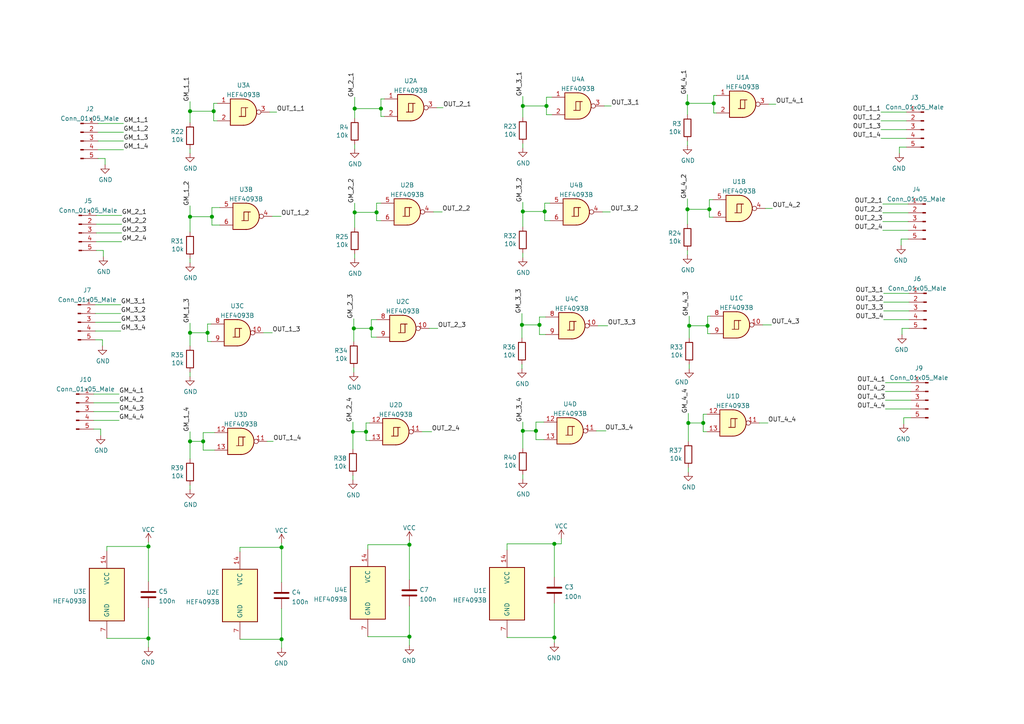
<source format=kicad_sch>
(kicad_sch (version 20210621) (generator eeschema)
  (paper "A4")
  (lib_symbols
    (symbol "4xxx:HEF4093B" (pin_names (offset 1.016))
      (property "Reference" "U" (at 0 1.27 0))
      (property "Value" "HEF4093B" (at 0 -1.27 0))
      (symbol "HEF4093B_1_0"
        (polyline (pts (xy -0.635 -1.27) (xy -0.635 1.27) (xy 0.635 1.27)))
        (polyline (pts (xy -0.635 -1.27) (xy -0.635 1.27) (xy 0.635 1.27)))
        (polyline (pts (xy -1.27 -1.27) (xy 0.635 -1.27) (xy 0.635 1.27) (xy 1.27 1.27)))
        (polyline (pts (xy -1.27 -1.27) (xy 0.635 -1.27) (xy 0.635 1.27) (xy 1.27 1.27)))
      )
      (symbol "HEF4093B_1_1"
        (arc (start 0 -3.81) (end 0 3.81) (radius (at 0 0) (length 3.81) (angles -89.9 89.9)) (stroke (width 0.254)) (fill (type background)))
        (polyline (pts (xy 0 3.81) (xy -3.81 3.81) (xy -3.81 -3.81) (xy 0 -3.81)) (stroke (width 0.254)) (fill (type background)))
        (pin input line (at -7.62 2.54 0) (length 3.81) (name "~") (number "1"))
        (pin input line (at -7.62 -2.54 0) (length 3.81) (name "~") (number "2"))
        (pin output inverted (at 7.62 0 180) (length 3.81) (name "~") (number "3"))
      )
      (symbol "HEF4093B_1_2"
        (arc (start -3.81 3.81) (end -3.81 -3.81) (radius (at -9.144 0) (length 6.5532) (angles 35.4 -35.4)) (stroke (width 0.254)))
        (arc (start 3.81 0) (end -0.6096 3.81) (radius (at -1.1938 -1.3208) (length 5.1816) (angles 15 83.7)) (stroke (width 0.254)) (fill (type background)))
        (arc (start 3.81 0) (end -0.6096 -3.81) (radius (at -1.1938 1.3208) (length 5.1816) (angles -15 -83.7)) (stroke (width 0.254)) (fill (type background)))
        (polyline (pts (xy -3.81 -3.81) (xy -0.635 -3.81)) (stroke (width 0.254)) (fill (type background)))
        (polyline (pts (xy -3.81 3.81) (xy -0.635 3.81)) (stroke (width 0.254)) (fill (type background)))
        (polyline (pts (xy -0.635 3.81) (xy -3.81 3.81) (xy -3.81 3.81) (xy -3.556 3.4036) (xy -3.0226 2.2606) (xy -2.6924 1.0414) (xy -2.6162 -0.254) (xy -2.7686 -1.4986) (xy -3.175 -2.7178) (xy -3.81 -3.81) (xy -3.81 -3.81) (xy -0.635 -3.81)) (stroke (width -25.4)) (fill (type background)))
        (pin input inverted (at -7.62 2.54 0) (length 4.318) (name "~") (number "1"))
        (pin input inverted (at -7.62 -2.54 0) (length 4.318) (name "~") (number "2"))
        (pin output line (at 7.62 0 180) (length 3.81) (name "~") (number "3"))
      )
      (symbol "HEF4093B_2_0"
        (polyline (pts (xy -0.635 -1.27) (xy -0.635 1.27) (xy 0.635 1.27)))
        (polyline (pts (xy -0.635 -1.27) (xy -0.635 1.27) (xy 0.635 1.27)))
        (polyline (pts (xy -1.27 -1.27) (xy 0.635 -1.27) (xy 0.635 1.27) (xy 1.27 1.27)))
        (polyline (pts (xy -1.27 -1.27) (xy 0.635 -1.27) (xy 0.635 1.27) (xy 1.27 1.27)))
      )
      (symbol "HEF4093B_2_1"
        (arc (start 0 -3.81) (end 0 3.81) (radius (at 0 0) (length 3.81) (angles -89.9 89.9)) (stroke (width 0.254)) (fill (type background)))
        (polyline (pts (xy 0 3.81) (xy -3.81 3.81) (xy -3.81 -3.81) (xy 0 -3.81)) (stroke (width 0.254)) (fill (type background)))
        (pin output inverted (at 7.62 0 180) (length 3.81) (name "~") (number "4"))
        (pin input line (at -7.62 2.54 0) (length 3.81) (name "~") (number "5"))
        (pin input line (at -7.62 -2.54 0) (length 3.81) (name "~") (number "6"))
      )
      (symbol "HEF4093B_2_2"
        (arc (start -3.81 3.81) (end -3.81 -3.81) (radius (at -9.144 0) (length 6.5532) (angles 35.4 -35.4)) (stroke (width 0.254)))
        (arc (start 3.81 0) (end -0.6096 3.81) (radius (at -1.1938 -1.3208) (length 5.1816) (angles 15 83.7)) (stroke (width 0.254)) (fill (type background)))
        (arc (start 3.81 0) (end -0.6096 -3.81) (radius (at -1.1938 1.3208) (length 5.1816) (angles -15 -83.7)) (stroke (width 0.254)) (fill (type background)))
        (polyline (pts (xy -3.81 -3.81) (xy -0.635 -3.81)) (stroke (width 0.254)) (fill (type background)))
        (polyline (pts (xy -3.81 3.81) (xy -0.635 3.81)) (stroke (width 0.254)) (fill (type background)))
        (polyline (pts (xy -0.635 3.81) (xy -3.81 3.81) (xy -3.81 3.81) (xy -3.556 3.4036) (xy -3.0226 2.2606) (xy -2.6924 1.0414) (xy -2.6162 -0.254) (xy -2.7686 -1.4986) (xy -3.175 -2.7178) (xy -3.81 -3.81) (xy -3.81 -3.81) (xy -0.635 -3.81)) (stroke (width -25.4)) (fill (type background)))
        (pin output line (at 7.62 0 180) (length 3.81) (name "~") (number "4"))
        (pin input inverted (at -7.62 2.54 0) (length 4.318) (name "~") (number "5"))
        (pin input inverted (at -7.62 -2.54 0) (length 4.318) (name "~") (number "6"))
      )
      (symbol "HEF4093B_3_0"
        (polyline (pts (xy -0.635 -1.27) (xy -0.635 1.27) (xy 0.635 1.27)))
        (polyline (pts (xy -0.635 -1.27) (xy -0.635 1.27) (xy 0.635 1.27)))
        (polyline (pts (xy -1.27 -1.27) (xy 0.635 -1.27) (xy 0.635 1.27) (xy 1.27 1.27)))
        (polyline (pts (xy -1.27 -1.27) (xy 0.635 -1.27) (xy 0.635 1.27) (xy 1.27 1.27)))
      )
      (symbol "HEF4093B_3_1"
        (arc (start 0 -3.81) (end 0 3.81) (radius (at 0 0) (length 3.81) (angles -89.9 89.9)) (stroke (width 0.254)) (fill (type background)))
        (polyline (pts (xy 0 3.81) (xy -3.81 3.81) (xy -3.81 -3.81) (xy 0 -3.81)) (stroke (width 0.254)) (fill (type background)))
        (pin output inverted (at 7.62 0 180) (length 3.81) (name "~") (number "10"))
        (pin input line (at -7.62 2.54 0) (length 3.81) (name "~") (number "8"))
        (pin input line (at -7.62 -2.54 0) (length 3.81) (name "~") (number "9"))
      )
      (symbol "HEF4093B_3_2"
        (arc (start -3.81 3.81) (end -3.81 -3.81) (radius (at -9.144 0) (length 6.5532) (angles 35.4 -35.4)) (stroke (width 0.254)))
        (arc (start 3.81 0) (end -0.6096 3.81) (radius (at -1.1938 -1.3208) (length 5.1816) (angles 15 83.7)) (stroke (width 0.254)) (fill (type background)))
        (arc (start 3.81 0) (end -0.6096 -3.81) (radius (at -1.1938 1.3208) (length 5.1816) (angles -15 -83.7)) (stroke (width 0.254)) (fill (type background)))
        (polyline (pts (xy -3.81 -3.81) (xy -0.635 -3.81)) (stroke (width 0.254)) (fill (type background)))
        (polyline (pts (xy -3.81 3.81) (xy -0.635 3.81)) (stroke (width 0.254)) (fill (type background)))
        (polyline (pts (xy -0.635 3.81) (xy -3.81 3.81) (xy -3.81 3.81) (xy -3.556 3.4036) (xy -3.0226 2.2606) (xy -2.6924 1.0414) (xy -2.6162 -0.254) (xy -2.7686 -1.4986) (xy -3.175 -2.7178) (xy -3.81 -3.81) (xy -3.81 -3.81) (xy -0.635 -3.81)) (stroke (width -25.4)) (fill (type background)))
        (pin output line (at 7.62 0 180) (length 3.81) (name "~") (number "10"))
        (pin input inverted (at -7.62 2.54 0) (length 4.318) (name "~") (number "8"))
        (pin input inverted (at -7.62 -2.54 0) (length 4.318) (name "~") (number "9"))
      )
      (symbol "HEF4093B_4_0"
        (polyline (pts (xy -0.635 -1.27) (xy -0.635 1.27) (xy 0.635 1.27)))
        (polyline (pts (xy -0.635 -1.27) (xy -0.635 1.27) (xy 0.635 1.27)))
        (polyline (pts (xy -1.27 -1.27) (xy 0.635 -1.27) (xy 0.635 1.27) (xy 1.27 1.27)))
        (polyline (pts (xy -1.27 -1.27) (xy 0.635 -1.27) (xy 0.635 1.27) (xy 1.27 1.27)))
      )
      (symbol "HEF4093B_4_1"
        (arc (start 0 -3.81) (end 0 3.81) (radius (at 0 0) (length 3.81) (angles -89.9 89.9)) (stroke (width 0.254)) (fill (type background)))
        (polyline (pts (xy 0 3.81) (xy -3.81 3.81) (xy -3.81 -3.81) (xy 0 -3.81)) (stroke (width 0.254)) (fill (type background)))
        (pin output inverted (at 7.62 0 180) (length 3.81) (name "~") (number "11"))
        (pin input line (at -7.62 2.54 0) (length 3.81) (name "~") (number "12"))
        (pin input line (at -7.62 -2.54 0) (length 3.81) (name "~") (number "13"))
      )
      (symbol "HEF4093B_4_2"
        (arc (start -3.81 3.81) (end -3.81 -3.81) (radius (at -9.144 0) (length 6.5532) (angles 35.4 -35.4)) (stroke (width 0.254)))
        (arc (start 3.81 0) (end -0.6096 3.81) (radius (at -1.1938 -1.3208) (length 5.1816) (angles 15 83.7)) (stroke (width 0.254)) (fill (type background)))
        (arc (start 3.81 0) (end -0.6096 -3.81) (radius (at -1.1938 1.3208) (length 5.1816) (angles -15 -83.7)) (stroke (width 0.254)) (fill (type background)))
        (polyline (pts (xy -3.81 -3.81) (xy -0.635 -3.81)) (stroke (width 0.254)) (fill (type background)))
        (polyline (pts (xy -3.81 3.81) (xy -0.635 3.81)) (stroke (width 0.254)) (fill (type background)))
        (polyline (pts (xy -0.635 3.81) (xy -3.81 3.81) (xy -3.81 3.81) (xy -3.556 3.4036) (xy -3.0226 2.2606) (xy -2.6924 1.0414) (xy -2.6162 -0.254) (xy -2.7686 -1.4986) (xy -3.175 -2.7178) (xy -3.81 -3.81) (xy -3.81 -3.81) (xy -0.635 -3.81)) (stroke (width -25.4)) (fill (type background)))
        (pin output line (at 7.62 0 180) (length 3.81) (name "~") (number "11"))
        (pin input inverted (at -7.62 2.54 0) (length 4.318) (name "~") (number "12"))
        (pin input inverted (at -7.62 -2.54 0) (length 4.318) (name "~") (number "13"))
      )
      (symbol "HEF4093B_5_0"
        (pin power_in line (at 0 12.7 270) (length 5.08) (name "VCC") (number "14"))
        (pin power_in line (at 0 -12.7 90) (length 5.08) (name "GND") (number "7"))
      )
      (symbol "HEF4093B_5_1"
        (rectangle (start -5.08 7.62) (end 5.08 -7.62) (stroke (width 0.254)) (fill (type background)))
      )
    )
    (symbol "Connector:Conn_01x05_Male" (pin_names (offset 1.016) hide)
      (property "Reference" "J" (at 0 7.62 0))
      (property "Value" "Conn_01x05_Male" (at 0 -7.62 0))
      (symbol "Conn_01x05_Male_1_1"
        (rectangle (start 0.8636 -4.953) (end 0 -5.207) (stroke (width 0.1524)) (fill (type outline)))
        (rectangle (start 0.8636 -2.413) (end 0 -2.667) (stroke (width 0.1524)) (fill (type outline)))
        (rectangle (start 0.8636 0.127) (end 0 -0.127) (stroke (width 0.1524)) (fill (type outline)))
        (rectangle (start 0.8636 2.667) (end 0 2.413) (stroke (width 0.1524)) (fill (type outline)))
        (rectangle (start 0.8636 5.207) (end 0 4.953) (stroke (width 0.1524)) (fill (type outline)))
        (polyline (pts (xy 1.27 -5.08) (xy 0.8636 -5.08)) (stroke (width 0.1524)))
        (polyline (pts (xy 1.27 -2.54) (xy 0.8636 -2.54)) (stroke (width 0.1524)))
        (polyline (pts (xy 1.27 0) (xy 0.8636 0)) (stroke (width 0.1524)))
        (polyline (pts (xy 1.27 2.54) (xy 0.8636 2.54)) (stroke (width 0.1524)))
        (polyline (pts (xy 1.27 5.08) (xy 0.8636 5.08)) (stroke (width 0.1524)))
        (pin passive line (at 5.08 5.08 180) (length 3.81) (name "Pin_1") (number "1"))
        (pin passive line (at 5.08 2.54 180) (length 3.81) (name "Pin_2") (number "2"))
        (pin passive line (at 5.08 0 180) (length 3.81) (name "Pin_3") (number "3"))
        (pin passive line (at 5.08 -2.54 180) (length 3.81) (name "Pin_4") (number "4"))
        (pin passive line (at 5.08 -5.08 180) (length 3.81) (name "Pin_5") (number "5"))
      )
    )
    (symbol "Device:C" (pin_numbers hide) (pin_names (offset 0.254))
      (property "Reference" "C" (at 0.635 2.54 0))
      (property "Value" "C" (at 0.635 -2.54 0))
      (symbol "C_0_1"
        (polyline (pts (xy -2.032 -0.762) (xy 2.032 -0.762)) (stroke (width 0.508)))
        (polyline (pts (xy -2.032 0.762) (xy 2.032 0.762)) (stroke (width 0.508)))
      )
      (symbol "C_1_1"
        (pin passive line (at 0 3.81 270) (length 2.794) (name "~") (number "1"))
        (pin passive line (at 0 -3.81 90) (length 2.794) (name "~") (number "2"))
      )
    )
    (symbol "Device:R" (pin_numbers hide) (pin_names (offset 0))
      (property "Reference" "R" (at 2.032 0 90))
      (property "Value" "R" (at 0 0 90))
      (symbol "R_0_1"
        (rectangle (start -1.016 -2.54) (end 1.016 2.54) (stroke (width 0.254)))
      )
      (symbol "R_1_1"
        (pin passive line (at 0 3.81 270) (length 1.27) (name "~") (number "1"))
        (pin passive line (at 0 -3.81 90) (length 1.27) (name "~") (number "2"))
      )
    )
    (symbol "power:GND" (power) (pin_names (offset 0))
      (property "Value" "GND" (at 0 -3.81 0))
      (symbol "GND_0_1"
        (polyline (pts (xy 0 0) (xy 0 -1.27) (xy 1.27 -1.27) (xy 0 -2.54) (xy -1.27 -1.27) (xy 0 -1.27)))
      )
      (symbol "GND_1_1"
        (pin power_in line (at 0 0 270) (length 0) hide (name "GND") (number "1"))
      )
    )
    (symbol "power:VCC" (power) (pin_names (offset 0))
      (property "Value" "VCC" (at 0 3.81 0))
      (symbol "VCC_0_1"
        (polyline (pts (xy -0.762 1.27) (xy 0 2.54)))
        (polyline (pts (xy 0 0) (xy 0 2.54)))
        (polyline (pts (xy 0 2.54) (xy 0.762 1.27)))
      )
      (symbol "VCC_1_1"
        (pin power_in line (at 0 0 90) (length 0) hide (name "VCC") (number "1"))
      )
    )
  )
  (junction (at 43.053 158.496) (diameter 1.016))
  (junction (at 43.053 185.166) (diameter 1.016))
  (junction (at 55.118 32.258) (diameter 1.016))
  (junction (at 55.118 62.865) (diameter 1.016))
  (junction (at 55.118 96.52) (diameter 1.016))
  (junction (at 55.118 128.016) (diameter 1.016))
  (junction (at 58.928 128.016) (diameter 1.016))
  (junction (at 60.198 96.52) (diameter 1.016))
  (junction (at 61.468 62.865) (diameter 1.016))
  (junction (at 61.976 32.258) (diameter 1.016))
  (junction (at 81.661 158.75) (diameter 1.016))
  (junction (at 81.661 185.42) (diameter 1.016))
  (junction (at 102.362 125.222) (diameter 1.016))
  (junction (at 102.616 95.25) (diameter 1.016))
  (junction (at 102.87 31.496) (diameter 1.016))
  (junction (at 102.87 61.595) (diameter 1.016))
  (junction (at 106.172 125.222) (diameter 1.016))
  (junction (at 107.696 95.25) (diameter 1.016))
  (junction (at 109.22 61.595) (diameter 1.016))
  (junction (at 110.49 31.496) (diameter 1.016))
  (junction (at 118.745 157.988) (diameter 1.016))
  (junction (at 118.745 184.658) (diameter 1.016))
  (junction (at 151.384 94.234) (diameter 1.016))
  (junction (at 151.638 30.734) (diameter 1.016))
  (junction (at 151.638 61.341) (diameter 1.016))
  (junction (at 151.638 124.968) (diameter 1.016))
  (junction (at 155.448 124.968) (diameter 1.016))
  (junction (at 156.464 94.234) (diameter 1.016))
  (junction (at 157.988 61.341) (diameter 1.016))
  (junction (at 158.496 30.734) (diameter 1.016))
  (junction (at 160.782 157.734) (diameter 1.016))
  (junction (at 160.782 184.912) (diameter 1.016))
  (junction (at 199.39 29.972) (diameter 1.016))
  (junction (at 199.39 60.706) (diameter 1.016))
  (junction (at 199.644 122.682) (diameter 1.016))
  (junction (at 199.898 94.488) (diameter 1.016))
  (junction (at 203.962 122.682) (diameter 1.016))
  (junction (at 205.232 94.488) (diameter 1.016))
  (junction (at 205.74 60.706) (diameter 1.016))
  (junction (at 207.01 29.972) (diameter 1.016))
  (wire (pts (xy 27.178 114.3) (xy 34.544 114.3)))
  (wire (pts (xy 27.178 116.84) (xy 34.544 116.84)))
  (wire (pts (xy 27.178 119.38) (xy 34.544 119.38)))
  (wire (pts (xy 27.178 121.92) (xy 34.544 121.92)))
  (wire (pts (xy 27.178 124.46) (xy 29.21 124.46)))
  (wire (pts (xy 27.686 88.392) (xy 35.052 88.392)))
  (wire (pts (xy 27.686 90.932) (xy 35.052 90.932)))
  (wire (pts (xy 27.686 93.472) (xy 35.052 93.472)))
  (wire (pts (xy 27.686 96.012) (xy 35.052 96.012)))
  (wire (pts (xy 27.686 98.552) (xy 29.718 98.552)))
  (wire (pts (xy 27.94 62.484) (xy 35.306 62.484)))
  (wire (pts (xy 27.94 65.024) (xy 35.306 65.024)))
  (wire (pts (xy 27.94 67.564) (xy 35.306 67.564)))
  (wire (pts (xy 27.94 70.104) (xy 35.306 70.104)))
  (wire (pts (xy 27.94 72.644) (xy 29.972 72.644)))
  (wire (pts (xy 28.448 35.814) (xy 35.814 35.814)))
  (wire (pts (xy 28.448 38.354) (xy 35.814 38.354)))
  (wire (pts (xy 28.448 40.894) (xy 35.814 40.894)))
  (wire (pts (xy 28.448 43.434) (xy 35.814 43.434)))
  (wire (pts (xy 28.448 45.974) (xy 30.48 45.974)))
  (wire (pts (xy 29.21 124.46) (xy 29.21 126.238)))
  (wire (pts (xy 29.718 98.552) (xy 29.718 100.33)))
  (wire (pts (xy 29.972 72.644) (xy 29.972 74.422)))
  (wire (pts (xy 30.48 45.974) (xy 30.48 47.752)))
  (wire (pts (xy 30.988 158.496) (xy 43.053 158.496)))
  (wire (pts (xy 30.988 159.766) (xy 30.988 158.496)))
  (wire (pts (xy 30.988 185.166) (xy 43.053 185.166)))
  (wire (pts (xy 43.053 157.226) (xy 43.053 158.496)))
  (wire (pts (xy 43.053 158.496) (xy 43.053 168.656)))
  (wire (pts (xy 43.053 185.166) (xy 43.053 176.276)))
  (wire (pts (xy 43.053 185.166) (xy 43.053 187.706)))
  (wire (pts (xy 55.118 29.464) (xy 55.118 32.258)))
  (wire (pts (xy 55.118 32.258) (xy 55.118 35.56)))
  (wire (pts (xy 55.118 32.258) (xy 61.976 32.258)))
  (wire (pts (xy 55.118 44.45) (xy 55.118 43.18)))
  (wire (pts (xy 55.118 59.69) (xy 55.118 62.865)))
  (wire (pts (xy 55.118 62.865) (xy 55.118 67.31)))
  (wire (pts (xy 55.118 62.865) (xy 61.468 62.865)))
  (wire (pts (xy 55.118 76.2) (xy 55.118 74.93)))
  (wire (pts (xy 55.118 93.726) (xy 55.118 96.52)))
  (wire (pts (xy 55.118 96.52) (xy 55.118 100.33)))
  (wire (pts (xy 55.118 96.52) (xy 60.198 96.52)))
  (wire (pts (xy 55.118 109.22) (xy 55.118 107.95)))
  (wire (pts (xy 55.118 125.222) (xy 55.118 128.016)))
  (wire (pts (xy 55.118 128.016) (xy 55.118 133.096)))
  (wire (pts (xy 55.118 128.016) (xy 58.928 128.016)))
  (wire (pts (xy 55.118 141.986) (xy 55.118 140.716)))
  (wire (pts (xy 58.928 125.476) (xy 58.928 128.016)))
  (wire (pts (xy 58.928 128.016) (xy 58.928 130.556)))
  (wire (pts (xy 60.198 93.98) (xy 60.198 96.52)))
  (wire (pts (xy 60.198 93.98) (xy 61.214 93.98)))
  (wire (pts (xy 60.198 96.52) (xy 60.198 99.06)))
  (wire (pts (xy 60.198 99.06) (xy 61.214 99.06)))
  (wire (pts (xy 61.468 60.198) (xy 61.468 62.865)))
  (wire (pts (xy 61.468 62.865) (xy 61.468 65.278)))
  (wire (pts (xy 61.468 65.278) (xy 63.754 65.278)))
  (wire (pts (xy 61.976 29.972) (xy 61.976 32.258)))
  (wire (pts (xy 61.976 32.258) (xy 61.976 35.052)))
  (wire (pts (xy 61.976 35.052) (xy 62.992 35.052)))
  (wire (pts (xy 62.23 125.476) (xy 58.928 125.476)))
  (wire (pts (xy 62.23 130.556) (xy 58.928 130.556)))
  (wire (pts (xy 62.992 29.972) (xy 61.976 29.972)))
  (wire (pts (xy 63.754 60.198) (xy 61.468 60.198)))
  (wire (pts (xy 69.596 158.75) (xy 81.661 158.75)))
  (wire (pts (xy 69.596 160.02) (xy 69.596 158.75)))
  (wire (pts (xy 69.596 185.42) (xy 81.661 185.42)))
  (wire (pts (xy 76.454 96.52) (xy 78.994 96.52)))
  (wire (pts (xy 77.47 128.016) (xy 79.248 128.016)))
  (wire (pts (xy 78.232 32.512) (xy 80.264 32.512)))
  (wire (pts (xy 78.994 62.738) (xy 81.534 62.738)))
  (wire (pts (xy 81.661 157.48) (xy 81.661 158.75)))
  (wire (pts (xy 81.661 158.75) (xy 81.661 168.91)))
  (wire (pts (xy 81.661 185.42) (xy 81.661 176.53)))
  (wire (pts (xy 81.661 185.42) (xy 81.661 187.96)))
  (wire (pts (xy 102.362 122.428) (xy 102.362 125.222)))
  (wire (pts (xy 102.362 125.222) (xy 102.362 130.302)))
  (wire (pts (xy 102.362 125.222) (xy 106.172 125.222)))
  (wire (pts (xy 102.362 139.192) (xy 102.362 137.922)))
  (wire (pts (xy 102.616 92.456) (xy 102.616 95.25)))
  (wire (pts (xy 102.616 95.25) (xy 102.616 99.06)))
  (wire (pts (xy 102.616 95.25) (xy 107.696 95.25)))
  (wire (pts (xy 102.616 107.95) (xy 102.616 106.68)))
  (wire (pts (xy 102.87 28.194) (xy 102.87 31.496)))
  (wire (pts (xy 102.87 31.496) (xy 102.87 34.29)))
  (wire (pts (xy 102.87 31.496) (xy 110.49 31.496)))
  (wire (pts (xy 102.87 43.18) (xy 102.87 41.91)))
  (wire (pts (xy 102.87 58.928) (xy 102.87 61.595)))
  (wire (pts (xy 102.87 61.595) (xy 102.87 66.04)))
  (wire (pts (xy 102.87 61.595) (xy 109.22 61.595)))
  (wire (pts (xy 102.87 74.93) (xy 102.87 73.66)))
  (wire (pts (xy 106.172 122.682) (xy 106.172 125.222)))
  (wire (pts (xy 106.172 125.222) (xy 106.172 127.762)))
  (wire (pts (xy 106.68 157.988) (xy 118.745 157.988)))
  (wire (pts (xy 106.68 159.258) (xy 106.68 157.988)))
  (wire (pts (xy 106.68 184.658) (xy 118.745 184.658)))
  (wire (pts (xy 107.188 122.682) (xy 106.172 122.682)))
  (wire (pts (xy 107.188 127.762) (xy 106.172 127.762)))
  (wire (pts (xy 107.696 92.71) (xy 107.696 95.25)))
  (wire (pts (xy 107.696 92.71) (xy 109.22 92.71)))
  (wire (pts (xy 107.696 95.25) (xy 107.696 97.79)))
  (wire (pts (xy 109.22 58.928) (xy 109.22 61.595)))
  (wire (pts (xy 109.22 61.595) (xy 109.22 64.008)))
  (wire (pts (xy 109.22 97.79) (xy 107.696 97.79)))
  (wire (pts (xy 110.49 28.702) (xy 110.49 31.496)))
  (wire (pts (xy 110.49 31.496) (xy 110.49 33.782)))
  (wire (pts (xy 110.49 33.782) (xy 111.506 33.782)))
  (wire (pts (xy 110.49 58.928) (xy 109.22 58.928)))
  (wire (pts (xy 110.49 64.008) (xy 109.22 64.008)))
  (wire (pts (xy 111.506 28.702) (xy 110.49 28.702)))
  (wire (pts (xy 118.745 156.718) (xy 118.745 157.988)))
  (wire (pts (xy 118.745 157.988) (xy 118.745 168.148)))
  (wire (pts (xy 118.745 184.658) (xy 118.745 175.768)))
  (wire (pts (xy 118.745 184.658) (xy 118.745 187.198)))
  (wire (pts (xy 122.428 125.222) (xy 125.222 125.222)))
  (wire (pts (xy 124.46 95.25) (xy 127 95.25)))
  (wire (pts (xy 125.73 61.468) (xy 128.27 61.468)))
  (wire (pts (xy 126.746 31.242) (xy 128.524 31.242)))
  (wire (pts (xy 147.066 157.734) (xy 160.782 157.734)))
  (wire (pts (xy 147.066 159.512) (xy 147.066 157.734)))
  (wire (pts (xy 147.066 184.912) (xy 160.782 184.912)))
  (wire (pts (xy 151.384 90.932) (xy 151.384 94.234)))
  (wire (pts (xy 151.384 94.234) (xy 151.384 98.044)))
  (wire (pts (xy 151.384 94.234) (xy 156.464 94.234)))
  (wire (pts (xy 151.384 106.934) (xy 151.384 105.664)))
  (wire (pts (xy 151.638 27.94) (xy 151.638 30.734)))
  (wire (pts (xy 151.638 30.734) (xy 151.638 34.036)))
  (wire (pts (xy 151.638 30.734) (xy 158.496 30.734)))
  (wire (pts (xy 151.638 42.926) (xy 151.638 41.656)))
  (wire (pts (xy 151.638 58.674) (xy 151.638 61.341)))
  (wire (pts (xy 151.638 61.341) (xy 151.638 65.786)))
  (wire (pts (xy 151.638 61.341) (xy 157.988 61.341)))
  (wire (pts (xy 151.638 74.676) (xy 151.638 73.406)))
  (wire (pts (xy 151.638 122.428) (xy 151.638 124.968)))
  (wire (pts (xy 151.638 124.968) (xy 151.638 130.048)))
  (wire (pts (xy 151.638 124.968) (xy 155.448 124.968)))
  (wire (pts (xy 151.638 138.938) (xy 151.638 137.668)))
  (wire (pts (xy 155.448 122.428) (xy 155.448 124.968)))
  (wire (pts (xy 155.448 124.968) (xy 155.448 127.508)))
  (wire (pts (xy 155.448 127.508) (xy 157.734 127.508)))
  (wire (pts (xy 156.464 91.948) (xy 156.464 94.234)))
  (wire (pts (xy 156.464 91.948) (xy 158.242 91.948)))
  (wire (pts (xy 156.464 97.028) (xy 156.464 94.234)))
  (wire (pts (xy 157.734 122.428) (xy 155.448 122.428)))
  (wire (pts (xy 157.988 58.928) (xy 159.512 58.928)))
  (wire (pts (xy 157.988 61.341) (xy 157.988 58.928)))
  (wire (pts (xy 157.988 64.008) (xy 157.988 61.341)))
  (wire (pts (xy 158.242 97.028) (xy 156.464 97.028)))
  (wire (pts (xy 158.496 28.194) (xy 160.02 28.194)))
  (wire (pts (xy 158.496 30.734) (xy 158.496 28.194)))
  (wire (pts (xy 158.496 33.274) (xy 158.496 30.734)))
  (wire (pts (xy 159.512 64.008) (xy 157.988 64.008)))
  (wire (pts (xy 160.02 33.274) (xy 158.496 33.274)))
  (wire (pts (xy 160.782 157.734) (xy 160.782 167.386)))
  (wire (pts (xy 160.782 157.734) (xy 162.814 157.734)))
  (wire (pts (xy 160.782 184.912) (xy 160.782 175.006)))
  (wire (pts (xy 160.782 184.912) (xy 160.782 186.436)))
  (wire (pts (xy 162.814 157.734) (xy 162.814 156.21)))
  (wire (pts (xy 172.974 124.968) (xy 175.768 124.968)))
  (wire (pts (xy 173.482 94.488) (xy 176.276 94.488)))
  (wire (pts (xy 174.752 61.468) (xy 177.038 61.468)))
  (wire (pts (xy 175.26 30.734) (xy 177.292 30.734)))
  (wire (pts (xy 199.39 27.432) (xy 199.39 29.972)))
  (wire (pts (xy 199.39 29.972) (xy 199.39 33.274)))
  (wire (pts (xy 199.39 29.972) (xy 207.01 29.972)))
  (wire (pts (xy 199.39 42.164) (xy 199.39 40.894)))
  (wire (pts (xy 199.39 57.658) (xy 199.39 60.706)))
  (wire (pts (xy 199.39 60.706) (xy 199.39 65.024)))
  (wire (pts (xy 199.39 60.706) (xy 205.74 60.706)))
  (wire (pts (xy 199.39 73.914) (xy 199.39 72.644)))
  (wire (pts (xy 199.644 119.888) (xy 199.644 122.682)))
  (wire (pts (xy 199.644 122.682) (xy 199.644 128.016)))
  (wire (pts (xy 199.644 122.682) (xy 203.962 122.682)))
  (wire (pts (xy 199.644 136.906) (xy 199.644 135.636)))
  (wire (pts (xy 199.898 91.694) (xy 199.898 94.488)))
  (wire (pts (xy 199.898 94.488) (xy 199.898 98.044)))
  (wire (pts (xy 199.898 94.488) (xy 205.232 94.488)))
  (wire (pts (xy 199.898 106.934) (xy 199.898 105.664)))
  (wire (pts (xy 203.962 120.142) (xy 203.962 122.682)))
  (wire (pts (xy 203.962 122.682) (xy 203.962 125.222)))
  (wire (pts (xy 203.962 125.222) (xy 204.978 125.222)))
  (wire (pts (xy 204.978 120.142) (xy 203.962 120.142)))
  (wire (pts (xy 205.232 91.694) (xy 205.232 94.488)))
  (wire (pts (xy 205.232 94.488) (xy 205.232 96.774)))
  (wire (pts (xy 205.232 96.774) (xy 205.994 96.774)))
  (wire (pts (xy 205.74 57.912) (xy 205.74 60.706)))
  (wire (pts (xy 205.74 60.706) (xy 205.74 62.992)))
  (wire (pts (xy 205.74 62.992) (xy 206.756 62.992)))
  (wire (pts (xy 205.994 91.694) (xy 205.232 91.694)))
  (wire (pts (xy 206.756 57.912) (xy 205.74 57.912)))
  (wire (pts (xy 207.01 27.686) (xy 207.01 29.972)))
  (wire (pts (xy 207.01 29.972) (xy 207.01 32.766)))
  (wire (pts (xy 207.01 32.766) (xy 207.772 32.766)))
  (wire (pts (xy 207.772 27.686) (xy 207.01 27.686)))
  (wire (pts (xy 220.218 122.682) (xy 222.758 122.682)))
  (wire (pts (xy 221.234 94.234) (xy 223.774 94.234)))
  (wire (pts (xy 221.996 60.452) (xy 224.028 60.452)))
  (wire (pts (xy 223.012 30.226) (xy 225.044 30.226)))
  (wire (pts (xy 260.858 42.672) (xy 260.858 44.45)))
  (wire (pts (xy 261.366 69.342) (xy 261.366 71.12)))
  (wire (pts (xy 261.62 95.25) (xy 261.62 97.028)))
  (wire (pts (xy 262.128 121.158) (xy 262.128 122.936)))
  (wire (pts (xy 262.89 32.512) (xy 255.524 32.512)))
  (wire (pts (xy 262.89 35.052) (xy 255.524 35.052)))
  (wire (pts (xy 262.89 37.592) (xy 255.524 37.592)))
  (wire (pts (xy 262.89 40.132) (xy 255.524 40.132)))
  (wire (pts (xy 262.89 42.672) (xy 260.858 42.672)))
  (wire (pts (xy 263.398 59.182) (xy 256.032 59.182)))
  (wire (pts (xy 263.398 61.722) (xy 256.032 61.722)))
  (wire (pts (xy 263.398 64.262) (xy 256.032 64.262)))
  (wire (pts (xy 263.398 66.802) (xy 256.032 66.802)))
  (wire (pts (xy 263.398 69.342) (xy 261.366 69.342)))
  (wire (pts (xy 263.652 85.09) (xy 256.286 85.09)))
  (wire (pts (xy 263.652 87.63) (xy 256.286 87.63)))
  (wire (pts (xy 263.652 90.17) (xy 256.286 90.17)))
  (wire (pts (xy 263.652 92.71) (xy 256.286 92.71)))
  (wire (pts (xy 263.652 95.25) (xy 261.62 95.25)))
  (wire (pts (xy 264.16 110.998) (xy 256.794 110.998)))
  (wire (pts (xy 264.16 113.538) (xy 256.794 113.538)))
  (wire (pts (xy 264.16 116.078) (xy 256.794 116.078)))
  (wire (pts (xy 264.16 118.618) (xy 256.794 118.618)))
  (wire (pts (xy 264.16 121.158) (xy 262.128 121.158)))
  (label "GM_4_1" (at 34.544 114.3 0))
  (label "GM_4_2" (at 34.544 116.84 0))
  (label "GM_4_3" (at 34.544 119.38 0))
  (label "GM_4_4" (at 34.544 121.92 0))
  (label "GM_3_1" (at 35.052 88.392 0))
  (label "GM_3_2" (at 35.052 90.932 0))
  (label "GM_3_3" (at 35.052 93.472 0))
  (label "GM_3_4" (at 35.052 96.012 0))
  (label "GM_2_1" (at 35.306 62.484 0))
  (label "GM_2_2" (at 35.306 65.024 0))
  (label "GM_2_3" (at 35.306 67.564 0))
  (label "GM_2_4" (at 35.306 70.104 0))
  (label "GM_1_1" (at 35.814 35.814 0))
  (label "GM_1_2" (at 35.814 38.354 0))
  (label "GM_1_3" (at 35.814 40.894 0))
  (label "GM_1_4" (at 35.814 43.434 0))
  (label "GM_1_1" (at 55.118 29.464 90))
  (label "GM_1_2" (at 55.118 59.69 90))
  (label "GM_1_3" (at 55.118 93.726 90))
  (label "GM_1_4" (at 55.118 125.222 90))
  (label "OUT_1_3" (at 78.994 96.52 0))
  (label "OUT_1_4" (at 79.248 128.016 0))
  (label "OUT_1_1" (at 80.264 32.512 0))
  (label "OUT_1_2" (at 81.534 62.738 0))
  (label "GM_2_4" (at 102.362 122.428 90))
  (label "GM_2_3" (at 102.616 92.456 90))
  (label "GM_2_1" (at 102.87 28.194 90))
  (label "GM_2_2" (at 102.87 58.928 90))
  (label "OUT_2_4" (at 125.222 125.222 0))
  (label "OUT_2_3" (at 127 95.25 0))
  (label "OUT_2_2" (at 128.27 61.468 0))
  (label "OUT_2_1" (at 128.524 31.242 0))
  (label "GM_3_3" (at 151.384 90.932 90))
  (label "GM_3_1" (at 151.638 27.94 90))
  (label "GM_3_2" (at 151.638 58.674 90))
  (label "GM_3_4" (at 151.638 122.428 90))
  (label "OUT_3_4" (at 175.514 124.968 0))
  (label "OUT_3_3" (at 176.276 94.488 0))
  (label "OUT_3_2" (at 177.038 61.468 0))
  (label "OUT_3_1" (at 177.292 30.734 0))
  (label "GM_4_1" (at 199.39 27.432 90))
  (label "GM_4_2" (at 199.39 57.658 90))
  (label "GM_4_4" (at 199.644 119.888 90))
  (label "GM_4_3" (at 199.898 91.694 90))
  (label "OUT_4_4" (at 222.758 122.682 0))
  (label "OUT_4_3" (at 223.774 94.234 0))
  (label "OUT_4_2" (at 224.028 60.452 0))
  (label "OUT_4_1" (at 225.044 30.226 0))
  (label "OUT_1_1" (at 255.524 32.512 180))
  (label "OUT_1_2" (at 255.524 35.052 180))
  (label "OUT_1_3" (at 255.524 37.592 180))
  (label "OUT_1_4" (at 255.524 40.132 180))
  (label "OUT_2_1" (at 256.032 59.182 180))
  (label "OUT_2_2" (at 256.032 61.722 180))
  (label "OUT_2_3" (at 256.032 64.262 180))
  (label "OUT_2_4" (at 256.032 66.802 180))
  (label "OUT_3_1" (at 256.286 85.09 180))
  (label "OUT_3_2" (at 256.286 87.63 180))
  (label "OUT_3_3" (at 256.286 90.17 180))
  (label "OUT_3_4" (at 256.286 92.71 180))
  (label "OUT_4_1" (at 256.794 110.998 180))
  (label "OUT_4_2" (at 256.794 113.538 180))
  (label "OUT_4_3" (at 256.794 116.078 180))
  (label "OUT_4_4" (at 256.794 118.618 180))
  (symbol (lib_id "power:VCC") (at 43.053 157.226 0) (unit 1)
    (property "Reference" "#PWR036" (effects hide))
    (property "Value" "VCC" (at 43.053 153.6214 0))
  )
  (symbol (lib_id "power:VCC") (at 81.661 157.48 0) (unit 1)
    (property "Reference" "#PWR035" (effects hide))
    (property "Value" "VCC" (at 81.661 153.8754 0))
  )
  (symbol (lib_id "power:VCC") (at 118.745 156.718 0) (unit 1)
    (property "Reference" "#PWR037" (effects hide))
    (property "Value" "VCC" (at 118.745 153.1134 0))
  )
  (symbol (lib_id "power:VCC") (at 162.814 156.21 0) (unit 1)
    (property "Reference" "#PWR034" (effects hide))
    (property "Value" "VCC" (at 162.814 152.6054 0))
  )
  (symbol (lib_id "power:GND") (at 29.21 126.238 0) (unit 1)
    (property "Reference" "#PWR053" (effects hide))
    (property "Value" "GND" (at 29.337 130.6322 0))
  )
  (symbol (lib_id "power:GND") (at 29.718 100.33 0) (unit 1)
    (property "Reference" "#PWR051" (effects hide))
    (property "Value" "GND" (at 29.845 104.7242 0))
  )
  (symbol (lib_id "power:GND") (at 29.972 74.422 0) (unit 1)
    (property "Reference" "#PWR049" (effects hide))
    (property "Value" "GND" (at 30.099 78.8162 0))
  )
  (symbol (lib_id "power:GND") (at 30.48 47.752 0) (unit 1)
    (property "Reference" "#PWR047" (effects hide))
    (property "Value" "GND" (at 30.607 52.1462 0))
  )
  (symbol (lib_id "power:GND") (at 43.053 187.706 0) (mirror y) (unit 1)
    (property "Reference" "#PWR044" (effects hide))
    (property "Value" "GND" (at 42.926 192.1002 0))
  )
  (symbol (lib_id "power:GND") (at 55.118 44.45 0) (unit 1)
    (property "Reference" "#PWR010" (effects hide))
    (property "Value" "GND" (at 55.245 48.8442 0))
  )
  (symbol (lib_id "power:GND") (at 55.118 76.2 0) (unit 1)
    (property "Reference" "#PWR027" (effects hide))
    (property "Value" "GND" (at 55.245 80.5942 0))
  )
  (symbol (lib_id "power:GND") (at 55.118 109.22 0) (unit 1)
    (property "Reference" "#PWR032" (effects hide))
    (property "Value" "GND" (at 55.245 113.6142 0))
  )
  (symbol (lib_id "power:GND") (at 55.118 141.986 0) (unit 1)
    (property "Reference" "#PWR040" (effects hide))
    (property "Value" "GND" (at 55.245 146.3802 0))
  )
  (symbol (lib_id "power:GND") (at 81.661 187.96 0) (mirror y) (unit 1)
    (property "Reference" "#PWR043" (effects hide))
    (property "Value" "GND" (at 81.534 192.3542 0))
  )
  (symbol (lib_id "power:GND") (at 102.362 139.192 0) (unit 1)
    (property "Reference" "#PWR039" (effects hide))
    (property "Value" "GND" (at 102.489 143.5862 0))
  )
  (symbol (lib_id "power:GND") (at 102.616 107.95 0) (unit 1)
    (property "Reference" "#PWR031" (effects hide))
    (property "Value" "GND" (at 102.743 112.3442 0))
  )
  (symbol (lib_id "power:GND") (at 102.87 43.18 0) (unit 1)
    (property "Reference" "#PWR09" (effects hide))
    (property "Value" "GND" (at 102.997 47.5742 0))
  )
  (symbol (lib_id "power:GND") (at 102.87 74.93 0) (unit 1)
    (property "Reference" "#PWR013" (effects hide))
    (property "Value" "GND" (at 102.997 79.3242 0))
  )
  (symbol (lib_id "power:GND") (at 118.745 187.198 0) (mirror y) (unit 1)
    (property "Reference" "#PWR045" (effects hide))
    (property "Value" "GND" (at 118.618 191.5922 0))
  )
  (symbol (lib_id "power:GND") (at 151.384 106.934 0) (unit 1)
    (property "Reference" "#PWR033" (effects hide))
    (property "Value" "GND" (at 151.511 111.3282 0))
  )
  (symbol (lib_id "power:GND") (at 151.638 42.926 0) (unit 1)
    (property "Reference" "#PWR011" (effects hide))
    (property "Value" "GND" (at 151.765 47.3202 0))
  )
  (symbol (lib_id "power:GND") (at 151.638 74.676 0) (unit 1)
    (property "Reference" "#PWR029" (effects hide))
    (property "Value" "GND" (at 151.765 79.0702 0))
  )
  (symbol (lib_id "power:GND") (at 151.638 138.938 0) (unit 1)
    (property "Reference" "#PWR041" (effects hide))
    (property "Value" "GND" (at 151.765 143.3322 0))
  )
  (symbol (lib_id "power:GND") (at 160.782 186.436 0) (mirror y) (unit 1)
    (property "Reference" "#PWR042" (effects hide))
    (property "Value" "GND" (at 160.655 190.8302 0))
  )
  (symbol (lib_id "power:GND") (at 199.39 42.164 0) (unit 1)
    (property "Reference" "#PWR08" (effects hide))
    (property "Value" "GND" (at 199.517 46.5582 0))
  )
  (symbol (lib_id "power:GND") (at 199.39 73.914 0) (unit 1)
    (property "Reference" "#PWR012" (effects hide))
    (property "Value" "GND" (at 199.517 78.3082 0))
  )
  (symbol (lib_id "power:GND") (at 199.644 136.906 0) (unit 1)
    (property "Reference" "#PWR038" (effects hide))
    (property "Value" "GND" (at 199.771 141.3002 0))
  )
  (symbol (lib_id "power:GND") (at 199.898 106.934 0) (unit 1)
    (property "Reference" "#PWR030" (effects hide))
    (property "Value" "GND" (at 197.739 110.8202 0))
  )
  (symbol (lib_id "power:GND") (at 260.858 44.45 0) (mirror y) (unit 1)
    (property "Reference" "#PWR046" (effects hide))
    (property "Value" "GND" (at 260.731 48.8442 0))
  )
  (symbol (lib_id "power:GND") (at 261.366 71.12 0) (mirror y) (unit 1)
    (property "Reference" "#PWR048" (effects hide))
    (property "Value" "GND" (at 261.239 75.5142 0))
  )
  (symbol (lib_id "power:GND") (at 261.62 97.028 0) (mirror y) (unit 1)
    (property "Reference" "#PWR050" (effects hide))
    (property "Value" "GND" (at 261.493 101.4222 0))
  )
  (symbol (lib_id "power:GND") (at 262.128 122.936 0) (mirror y) (unit 1)
    (property "Reference" "#PWR052" (effects hide))
    (property "Value" "GND" (at 262.001 127.3302 0))
  )
  (symbol (lib_id "Device:R") (at 55.118 39.37 0) (unit 1)
    (property "Reference" "R22" (at 53.3654 38.2016 0) (effects (justify right)))
    (property "Value" "10k" (at 53.3654 40.513 0) (effects (justify right)))
    (property "Footprint" "Resistor_SMD:R_0805_2012Metric_Pad1.20x1.40mm_HandSolder" (effects hide))
  )
  (symbol (lib_id "Device:R") (at 55.118 71.12 0) (unit 1)
    (property "Reference" "R31" (at 53.3654 69.9516 0) (effects (justify right)))
    (property "Value" "10k" (at 53.3654 72.263 0) (effects (justify right)))
    (property "Footprint" "Resistor_SMD:R_0805_2012Metric_Pad1.20x1.40mm_HandSolder" (effects hide))
  )
  (symbol (lib_id "Device:R") (at 55.118 104.14 0) (unit 1)
    (property "Reference" "R35" (at 53.3654 102.9716 0) (effects (justify right)))
    (property "Value" "10k" (at 53.3654 105.283 0) (effects (justify right)))
    (property "Footprint" "Resistor_SMD:R_0805_2012Metric_Pad1.20x1.40mm_HandSolder" (effects hide))
  )
  (symbol (lib_id "Device:R") (at 55.118 136.906 0) (unit 1)
    (property "Reference" "R39" (at 53.3654 135.7376 0) (effects (justify right)))
    (property "Value" "10k" (at 53.3654 138.049 0) (effects (justify right)))
    (property "Footprint" "Resistor_SMD:R_0805_2012Metric_Pad1.20x1.40mm_HandSolder" (effects hide))
  )
  (symbol (lib_id "Device:R") (at 102.362 134.112 0) (unit 1)
    (property "Reference" "R38" (at 100.6094 132.9436 0) (effects (justify right)))
    (property "Value" "10k" (at 100.6094 135.255 0) (effects (justify right)))
    (property "Footprint" "Resistor_SMD:R_0805_2012Metric_Pad1.20x1.40mm_HandSolder" (effects hide))
  )
  (symbol (lib_id "Device:R") (at 102.616 102.87 0) (unit 1)
    (property "Reference" "R34" (at 100.8634 101.7016 0) (effects (justify right)))
    (property "Value" "10k" (at 100.8634 104.013 0) (effects (justify right)))
    (property "Footprint" "Resistor_SMD:R_0805_2012Metric_Pad1.20x1.40mm_HandSolder" (effects hide))
  )
  (symbol (lib_id "Device:R") (at 102.87 38.1 0) (unit 1)
    (property "Reference" "R4" (at 101.1174 36.9316 0) (effects (justify right)))
    (property "Value" "10k" (at 101.1174 39.243 0) (effects (justify right)))
    (property "Footprint" "Resistor_SMD:R_0805_2012Metric_Pad1.20x1.40mm_HandSolder" (effects hide))
  )
  (symbol (lib_id "Device:R") (at 102.87 69.85 0) (unit 1)
    (property "Reference" "R25" (at 101.1174 68.6816 0) (effects (justify right)))
    (property "Value" "10k" (at 101.1174 70.993 0) (effects (justify right)))
    (property "Footprint" "Resistor_SMD:R_0805_2012Metric_Pad1.20x1.40mm_HandSolder" (effects hide))
  )
  (symbol (lib_id "Device:R") (at 151.384 101.854 0) (unit 1)
    (property "Reference" "R36" (at 149.6314 100.6856 0) (effects (justify right)))
    (property "Value" "10k" (at 149.6314 102.997 0) (effects (justify right)))
    (property "Footprint" "Resistor_SMD:R_0805_2012Metric_Pad1.20x1.40mm_HandSolder" (effects hide))
  )
  (symbol (lib_id "Device:R") (at 151.638 37.846 0) (unit 1)
    (property "Reference" "R23" (at 149.8854 36.6776 0) (effects (justify right)))
    (property "Value" "10k" (at 149.8854 38.989 0) (effects (justify right)))
    (property "Footprint" "Resistor_SMD:R_0805_2012Metric_Pad1.20x1.40mm_HandSolder" (effects hide))
  )
  (symbol (lib_id "Device:R") (at 151.638 69.596 0) (unit 1)
    (property "Reference" "R32" (at 149.8854 68.4276 0) (effects (justify right)))
    (property "Value" "10k" (at 149.8854 70.739 0) (effects (justify right)))
    (property "Footprint" "Resistor_SMD:R_0805_2012Metric_Pad1.20x1.40mm_HandSolder" (effects hide))
  )
  (symbol (lib_id "Device:R") (at 151.638 133.858 0) (unit 1)
    (property "Reference" "R40" (at 149.8854 132.6896 0) (effects (justify right)))
    (property "Value" "10k" (at 149.8854 135.001 0) (effects (justify right)))
    (property "Footprint" "Resistor_SMD:R_0805_2012Metric_Pad1.20x1.40mm_HandSolder" (effects hide))
  )
  (symbol (lib_id "Device:R") (at 199.39 37.084 0) (unit 1)
    (property "Reference" "R3" (at 197.6374 35.9156 0) (effects (justify right)))
    (property "Value" "10k" (at 197.6374 38.227 0) (effects (justify right)))
    (property "Footprint" "Resistor_SMD:R_0805_2012Metric_Pad1.20x1.40mm_HandSolder" (effects hide))
  )
  (symbol (lib_id "Device:R") (at 199.39 68.834 0) (unit 1)
    (property "Reference" "R24" (at 197.6374 67.6656 0) (effects (justify right)))
    (property "Value" "10k" (at 197.6374 69.977 0) (effects (justify right)))
    (property "Footprint" "Resistor_SMD:R_0805_2012Metric_Pad1.20x1.40mm_HandSolder" (effects hide))
  )
  (symbol (lib_id "Device:R") (at 199.644 131.826 0) (unit 1)
    (property "Reference" "R37" (at 197.8914 130.6576 0) (effects (justify right)))
    (property "Value" "10k" (at 197.8914 132.969 0) (effects (justify right)))
    (property "Footprint" "Resistor_SMD:R_0805_2012Metric_Pad1.20x1.40mm_HandSolder" (effects hide))
  )
  (symbol (lib_id "Device:R") (at 199.898 101.854 0) (unit 1)
    (property "Reference" "R33" (at 198.1454 100.6856 0) (effects (justify right)))
    (property "Value" "10k" (at 198.1454 102.997 0) (effects (justify right)))
    (property "Footprint" "Resistor_SMD:R_0805_2012Metric_Pad1.20x1.40mm_HandSolder" (effects hide))
  )
  (symbol (lib_id "Device:C") (at 43.053 172.466 0) (unit 1)
    (property "Reference" "C5" (at 45.9741 171.5575 0) (effects (justify left)))
    (property "Value" "100n" (at 45.9741 174.3326 0) (effects (justify left)))
    (property "Footprint" "Capacitor_SMD:C_0805_2012Metric" (effects hide))
  )
  (symbol (lib_id "Device:C") (at 81.661 172.72 0) (unit 1)
    (property "Reference" "C4" (at 84.5821 171.8115 0) (effects (justify left)))
    (property "Value" "100n" (at 84.5821 174.5866 0) (effects (justify left)))
    (property "Footprint" "Capacitor_SMD:C_0805_2012Metric" (effects hide))
  )
  (symbol (lib_id "Device:C") (at 118.745 171.958 0) (unit 1)
    (property "Reference" "C7" (at 121.6661 171.0495 0) (effects (justify left)))
    (property "Value" "100n" (at 121.6661 173.8246 0) (effects (justify left)))
    (property "Footprint" "Capacitor_SMD:C_0805_2012Metric" (effects hide))
  )
  (symbol (lib_id "Device:C") (at 160.782 171.196 0) (unit 1)
    (property "Reference" "C3" (at 163.7031 170.2875 0) (effects (justify left)))
    (property "Value" "100n" (at 163.7031 173.0626 0) (effects (justify left)))
    (property "Footprint" "Capacitor_SMD:C_0805_2012Metric" (effects hide))
  )
  (symbol (lib_id "Connector:Conn_01x05_Male") (at 22.098 119.38 0) (unit 1)
    (property "Reference" "J10" (at 24.7904 110.0794 0))
    (property "Value" "Conn_01x05_Male" (at 24.7904 112.8545 0))
    (property "Footprint" "Connector_PinHeader_2.54mm:PinHeader_1x05_P2.54mm_Horizontal" (effects hide))
  )
  (symbol (lib_id "Connector:Conn_01x05_Male") (at 22.606 93.472 0) (unit 1)
    (property "Reference" "J7" (at 25.2984 84.1714 0))
    (property "Value" "Conn_01x05_Male" (at 25.2984 86.9465 0))
    (property "Footprint" "Connector_PinHeader_2.54mm:PinHeader_1x05_P2.54mm_Horizontal" (effects hide))
  )
  (symbol (lib_id "Connector:Conn_01x05_Male") (at 22.86 67.564 0) (unit 1)
    (property "Reference" "J5" (at 25.5524 58.2634 0))
    (property "Value" "Conn_01x05_Male" (at 25.5524 61.0385 0))
    (property "Footprint" "Connector_PinHeader_2.54mm:PinHeader_1x05_P2.54mm_Horizontal" (effects hide))
  )
  (symbol (lib_id "Connector:Conn_01x05_Male") (at 23.368 40.894 0) (unit 1)
    (property "Reference" "J2" (at 26.0604 31.5934 0))
    (property "Value" "Conn_01x05_Male" (at 26.0604 34.3685 0))
    (property "Footprint" "Connector_PinHeader_2.54mm:PinHeader_1x05_P2.54mm_Horizontal" (effects hide))
  )
  (symbol (lib_id "Connector:Conn_01x05_Male") (at 267.97 37.592 0) (mirror y) (unit 1)
    (property "Reference" "J3" (at 265.2776 28.2914 0))
    (property "Value" "Conn_01x05_Male" (at 265.2776 31.0665 0))
    (property "Footprint" "Connector_PinHeader_2.54mm:PinHeader_1x05_P2.54mm_Horizontal" (effects hide))
  )
  (symbol (lib_id "Connector:Conn_01x05_Male") (at 268.478 64.262 0) (mirror y) (unit 1)
    (property "Reference" "J4" (at 265.7856 54.9614 0))
    (property "Value" "Conn_01x05_Male" (at 265.7856 57.7365 0))
    (property "Footprint" "Connector_PinHeader_2.54mm:PinHeader_1x05_P2.54mm_Horizontal" (effects hide))
  )
  (symbol (lib_id "Connector:Conn_01x05_Male") (at 268.732 90.17 0) (mirror y) (unit 1)
    (property "Reference" "J6" (at 266.0396 80.8694 0))
    (property "Value" "Conn_01x05_Male" (at 266.0396 83.6445 0))
    (property "Footprint" "Connector_PinHeader_2.54mm:PinHeader_1x05_P2.54mm_Horizontal" (effects hide))
  )
  (symbol (lib_id "Connector:Conn_01x05_Male") (at 269.24 116.078 0) (mirror y) (unit 1)
    (property "Reference" "J9" (at 266.5476 106.7774 0))
    (property "Value" "Conn_01x05_Male" (at 266.5476 109.5525 0))
    (property "Footprint" "Connector_PinHeader_2.54mm:PinHeader_1x05_P2.54mm_Horizontal" (effects hide))
  )
  (symbol (lib_id "4xxx:HEF4093B") (at 68.834 96.52 0) (unit 3)
    (property "Reference" "U3" (at 68.834 88.7434 0))
    (property "Value" "HEF4093B" (at 68.834 91.5185 0))
    (property "Footprint" "Package_SO:SOIC-14_3.9x8.7mm_P1.27mm" (effects hide))
    (property "Datasheet" "https://assets.nexperia.com/documents/data-sheet/HEF4093B.pdf" (effects hide))
  )
  (symbol (lib_id "4xxx:HEF4093B") (at 69.85 128.016 0) (unit 4)
    (property "Reference" "U3" (at 69.85 120.2394 0))
    (property "Value" "HEF4093B" (at 69.85 123.0145 0))
    (property "Footprint" "Package_SO:SOIC-14_3.9x8.7mm_P1.27mm" (effects hide))
    (property "Datasheet" "https://assets.nexperia.com/documents/data-sheet/HEF4093B.pdf" (effects hide))
  )
  (symbol (lib_id "4xxx:HEF4093B") (at 70.612 32.512 0) (unit 1)
    (property "Reference" "U3" (at 70.612 24.7354 0))
    (property "Value" "HEF4093B" (at 70.612 27.5105 0))
    (property "Datasheet" "https://assets.nexperia.com/documents/data-sheet/HEF4093B.pdf" (effects hide))
  )
  (symbol (lib_id "4xxx:HEF4093B") (at 71.374 62.738 0) (unit 2)
    (property "Reference" "U3" (at 71.374 54.9614 0))
    (property "Value" "HEF4093B" (at 71.374 57.7365 0))
    (property "Footprint" "Package_SO:SOIC-14_3.9x8.7mm_P1.27mm" (effects hide))
    (property "Datasheet" "https://assets.nexperia.com/documents/data-sheet/HEF4093B.pdf" (effects hide))
  )
  (symbol (lib_id "4xxx:HEF4093B") (at 114.808 125.222 0) (unit 4)
    (property "Reference" "U2" (at 114.808 117.4454 0))
    (property "Value" "HEF4093B" (at 114.808 120.2205 0))
    (property "Footprint" "Package_SO:SOIC-14_3.9x8.7mm_P1.27mm" (effects hide))
    (property "Datasheet" "https://assets.nexperia.com/documents/data-sheet/HEF4093B.pdf" (effects hide))
  )
  (symbol (lib_id "4xxx:HEF4093B") (at 116.84 95.25 0) (unit 3)
    (property "Reference" "U2" (at 116.84 87.4734 0))
    (property "Value" "HEF4093B" (at 116.84 90.2485 0))
    (property "Footprint" "Package_SO:SOIC-14_3.9x8.7mm_P1.27mm" (effects hide))
    (property "Datasheet" "https://assets.nexperia.com/documents/data-sheet/HEF4093B.pdf" (effects hide))
  )
  (symbol (lib_id "4xxx:HEF4093B") (at 118.11 61.468 0) (unit 2)
    (property "Reference" "U2" (at 118.11 53.6914 0))
    (property "Value" "HEF4093B" (at 118.11 56.4665 0))
    (property "Footprint" "Package_SO:SOIC-14_3.9x8.7mm_P1.27mm" (effects hide))
    (property "Datasheet" "https://assets.nexperia.com/documents/data-sheet/HEF4093B.pdf" (effects hide))
  )
  (symbol (lib_id "4xxx:HEF4093B") (at 119.126 31.242 0) (unit 1)
    (property "Reference" "U2" (at 119.126 23.4654 0))
    (property "Value" "HEF4093B" (at 119.126 26.2405 0))
    (property "Datasheet" "https://assets.nexperia.com/documents/data-sheet/HEF4093B.pdf" (effects hide))
  )
  (symbol (lib_id "4xxx:HEF4093B") (at 165.354 124.968 0) (unit 4)
    (property "Reference" "U4" (at 165.354 117.1914 0))
    (property "Value" "HEF4093B" (at 165.354 119.9665 0))
    (property "Footprint" "Package_SO:SOIC-14_3.9x8.7mm_P1.27mm" (effects hide))
    (property "Datasheet" "https://assets.nexperia.com/documents/data-sheet/HEF4093B.pdf" (effects hide))
  )
  (symbol (lib_id "4xxx:HEF4093B") (at 165.862 94.488 0) (unit 3)
    (property "Reference" "U4" (at 165.862 86.7114 0))
    (property "Value" "HEF4093B" (at 165.862 89.4865 0))
    (property "Footprint" "Package_SO:SOIC-14_3.9x8.7mm_P1.27mm" (effects hide))
    (property "Datasheet" "https://assets.nexperia.com/documents/data-sheet/HEF4093B.pdf" (effects hide))
  )
  (symbol (lib_id "4xxx:HEF4093B") (at 167.132 61.468 0) (unit 2)
    (property "Reference" "U4" (at 167.132 53.6914 0))
    (property "Value" "HEF4093B" (at 167.132 56.4665 0))
    (property "Footprint" "Package_SO:SOIC-14_3.9x8.7mm_P1.27mm" (effects hide))
    (property "Datasheet" "https://assets.nexperia.com/documents/data-sheet/HEF4093B.pdf" (effects hide))
  )
  (symbol (lib_id "4xxx:HEF4093B") (at 167.64 30.734 0) (unit 1)
    (property "Reference" "U4" (at 167.64 22.9574 0))
    (property "Value" "HEF4093B" (at 167.64 25.7325 0))
    (property "Datasheet" "https://assets.nexperia.com/documents/data-sheet/HEF4093B.pdf" (effects hide))
  )
  (symbol (lib_id "4xxx:HEF4093B") (at 212.598 122.682 0) (unit 4)
    (property "Reference" "U1" (at 212.598 114.9054 0))
    (property "Value" "HEF4093B" (at 212.598 117.6805 0))
    (property "Footprint" "Package_SO:SOIC-14_3.9x8.7mm_P1.27mm" (effects hide))
    (property "Datasheet" "https://assets.nexperia.com/documents/data-sheet/HEF4093B.pdf" (effects hide))
  )
  (symbol (lib_id "4xxx:HEF4093B") (at 213.614 94.234 0) (unit 3)
    (property "Reference" "U1" (at 213.614 86.4574 0))
    (property "Value" "HEF4093B" (at 213.614 89.2325 0))
    (property "Footprint" "Package_SO:SOIC-14_3.9x8.7mm_P1.27mm" (effects hide))
    (property "Datasheet" "https://assets.nexperia.com/documents/data-sheet/HEF4093B.pdf" (effects hide))
  )
  (symbol (lib_id "4xxx:HEF4093B") (at 214.376 60.452 0) (unit 2)
    (property "Reference" "U1" (at 214.376 52.6754 0))
    (property "Value" "HEF4093B" (at 214.376 55.4505 0))
    (property "Footprint" "Package_SO:SOIC-14_3.9x8.7mm_P1.27mm" (effects hide))
    (property "Datasheet" "https://assets.nexperia.com/documents/data-sheet/HEF4093B.pdf" (effects hide))
  )
  (symbol (lib_id "4xxx:HEF4093B") (at 215.392 30.226 0) (unit 1)
    (property "Reference" "U1" (at 215.392 22.4494 0))
    (property "Value" "HEF4093B" (at 215.392 25.2245 0))
    (property "Datasheet" "https://assets.nexperia.com/documents/data-sheet/HEF4093B.pdf" (effects hide))
  )
  (symbol (lib_id "4xxx:HEF4093B") (at 30.988 172.466 0) (unit 5)
    (property "Reference" "U3" (at 25.1459 171.5575 0) (effects (justify right)))
    (property "Value" "HEF4093B" (at 25.1459 174.3326 0) (effects (justify right)))
    (property "Footprint" "Package_SO:SOIC-14_3.9x8.7mm_P1.27mm" (effects hide))
    (property "Datasheet" "https://assets.nexperia.com/documents/data-sheet/HEF4093B.pdf" (effects hide))
  )
  (symbol (lib_id "4xxx:HEF4093B") (at 69.596 172.72 0) (unit 5)
    (property "Reference" "U2" (at 63.7539 171.8115 0) (effects (justify right)))
    (property "Value" "HEF4093B" (at 63.7539 174.5866 0) (effects (justify right)))
    (property "Footprint" "Package_SO:SOIC-14_3.9x8.7mm_P1.27mm" (effects hide))
    (property "Datasheet" "https://assets.nexperia.com/documents/data-sheet/HEF4093B.pdf" (effects hide))
  )
  (symbol (lib_id "4xxx:HEF4093B") (at 106.68 171.958 0) (unit 5)
    (property "Reference" "U4" (at 100.8379 171.0495 0) (effects (justify right)))
    (property "Value" "HEF4093B" (at 100.8379 173.8246 0) (effects (justify right)))
    (property "Footprint" "Package_SO:SOIC-14_3.9x8.7mm_P1.27mm" (effects hide))
    (property "Datasheet" "https://assets.nexperia.com/documents/data-sheet/HEF4093B.pdf" (effects hide))
  )
  (symbol (lib_id "4xxx:HEF4093B") (at 147.066 172.212 0) (unit 5)
    (property "Reference" "U1" (at 141.2239 171.3035 0) (effects (justify right)))
    (property "Value" "HEF4093B" (at 141.2239 174.0786 0) (effects (justify right)))
    (property "Footprint" "Package_SO:SOIC-14_3.9x8.7mm_P1.27mm" (effects hide))
    (property "Datasheet" "https://assets.nexperia.com/documents/data-sheet/HEF4093B.pdf" (effects hide))
  )
)
</source>
